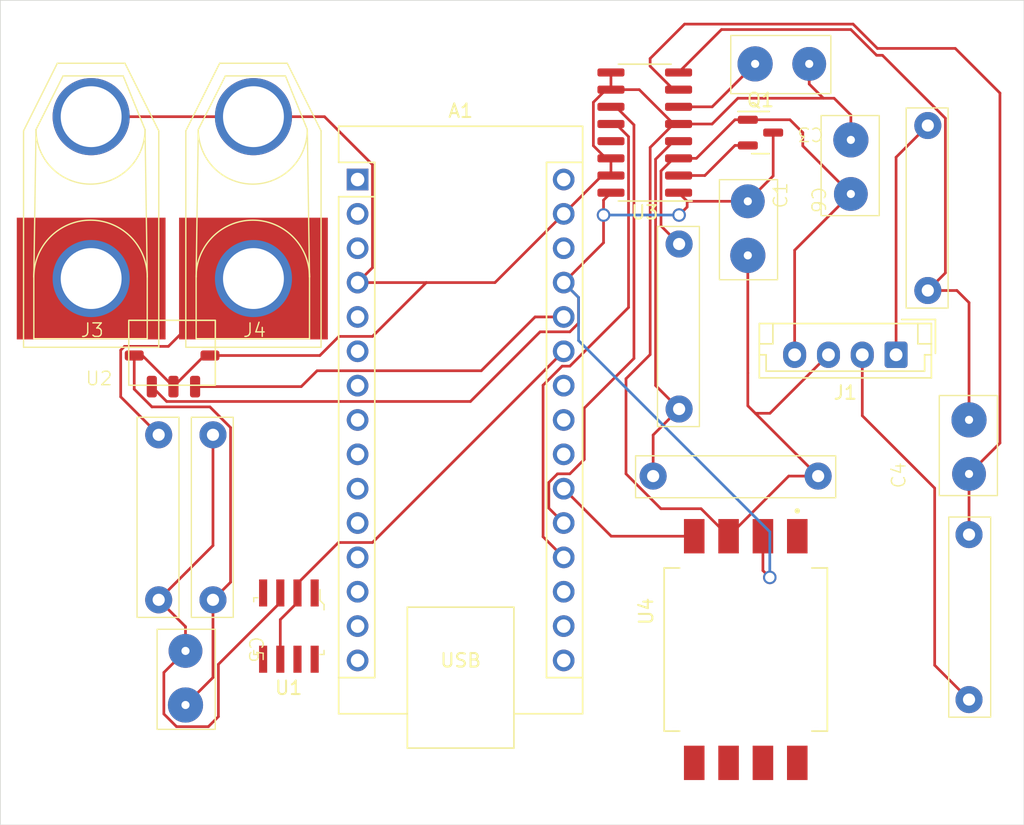
<source format=kicad_pcb>
(kicad_pcb (version 20221018) (generator pcbnew)
  (layers (0 "F.Cu" signal) (31 "B.Cu" signal) (34 "B.Paste" user) (35 "F.Paste" user) (36 "B.SilkS" user "B.Silkscreen") (37 "F.SilkS" user "F.Silkscreen") (38 "B.Mask" user) (39 "F.Mask" user) (44 "Edge.Cuts" user))
  (net 0 "")
  (net 1 "Net-(A1-+5V)")
  (net 2 "Net-(J1-Pin_4)")
  (net 3 "Net-(U3-VFB)")
  (net 4 "GND")
  (net 5 "Net-(U3-VBG)")
  (net 6 "Net-(U3-INA-)")
  (net 7 "Net-(U3-INA+)")
  (net 8 "Net-(A1-A1)")
  (net 9 "Net-(A1-A0)")
  (net 12 "Net-(A1-A6)")
  (net 34 "Net-(A1-A7)")
  (net 37 "Net-(J3-Pos)")
  (net 38 "Net-(J4-Pos)")
  (net 40 "Net-(U1-+)")
  (net 42 "Net-(A1-A2)")
  (net 43 "Net-(J1-Pin_2)")
  (net 44 "Net-(J1-Pin_1)")
  (net 45 "Net-(Q1-B)")
  (footprint "Userlib:Capacitor_4mm_diam_.6mm_pin" (layer "F.Cu") (at 167.132 104.648 90)
    (fp_text reference "C4" (at -2.1 -5.2 90 unlocked) (layer "F.SilkS") (effects (font (thickness 0.1))))
    (fp_text value "1u")
    (fp_rect (start -3.6 -2.2) (end 3.8 2.1) (stroke (width 0.1)) (fill none) (layer "F.SilkS"))
    (pad "1" thru_hole circle (at -2 0 90) (size 2.5 2.5) (drill 0.6) (layers "*.Cu" "*.Mask") (net 6 "Net-(U3-INA-)"))
    (pad "2" thru_hole circle (at 2 0 90) (size 2.6 2.6) (drill 0.6) (layers "*.Cu" "*.Mask") (net 7 "Net-(U3-INA+)"))
  )
  (footprint "Module:Arduino_Nano" (layer "F.Cu") (at 121.92 84.878)
    (fp_text reference "A1" (at 7.62 -5.08) (layer "F.SilkS"))
    (fp_text value "Arduino_Nano_v2.x")
    (fp_text user "USB" (at 7.62 35.56 unlocked) (layer "F.SilkS"))
    (fp_line (start -1.4 -3.94) (end -1.4 -1.27) (stroke (width 0.12)) (layer "F.SilkS"))
    (fp_line (start -1.4 1.27) (end -1.4 39.5) (stroke (width 0.12)) (layer "F.SilkS"))
    (fp_line (start -1.4 39.5) (end 3.68 39.5) (stroke (width 0.12)) (layer "F.SilkS"))
    (fp_line (start 1.27 -1.27) (end -1.4 -1.27) (stroke (width 0.12)) (layer "F.SilkS"))
    (fp_line (start 1.27 1.27) (end -1.4 1.27) (stroke (width 0.12)) (layer "F.SilkS"))
    (fp_line (start 1.27 1.27) (end 1.27 -1.27) (stroke (width 0.12)) (layer "F.SilkS"))
    (fp_line (start 1.27 1.27) (end 1.27 36.83) (stroke (width 0.12)) (layer "F.SilkS"))
    (fp_line (start 1.27 36.83) (end -1.4 36.83) (stroke (width 0.12)) (layer "F.SilkS"))
    (fp_line (start 3.68 31.62) (end 11.56 31.62) (stroke (width 0.12)) (layer "F.SilkS"))
    (fp_line (start 3.68 42.04) (end 3.68 31.62) (stroke (width 0.12)) (layer "F.SilkS"))
    (fp_line (start 11.56 31.62) (end 11.56 42.04) (stroke (width 0.12)) (layer "F.SilkS"))
    (fp_line (start 11.56 42.04) (end 3.68 42.04) (stroke (width 0.12)) (layer "F.SilkS"))
    (fp_line (start 13.97 -1.27) (end 13.97 36.83) (stroke (width 0.12)) (layer "F.SilkS"))
    (fp_line (start 13.97 -1.27) (end 16.64 -1.27) (stroke (width 0.12)) (layer "F.SilkS"))
    (fp_line (start 13.97 36.83) (end 16.64 36.83) (stroke (width 0.12)) (layer "F.SilkS"))
    (fp_line (start 16.64 -3.94) (end -1.4 -3.94) (stroke (width 0.12)) (layer "F.SilkS"))
    (fp_line (start 16.64 39.5) (end 11.56 39.5) (stroke (width 0.12)) (layer "F.SilkS"))
    (fp_line (start 16.64 39.5) (end 16.64 -3.94) (stroke (width 0.12)) (layer "F.SilkS"))
    (pad "1" thru_hole rect (at 0 0) (size 1.6 1.6) (drill 1) (layers "*.Cu" "*.Mask"))
    (pad "2" thru_hole oval (at 0 2.54) (size 1.6 1.6) (drill 1) (layers "*.Cu" "*.Mask"))
    (pad "3" thru_hole oval (at 0 5.08) (size 1.6 1.6) (drill 1) (layers "*.Cu" "*.Mask"))
    (pad "4" thru_hole oval (at 0 7.62) (size 1.6 1.6) (drill 1) (layers "*.Cu" "*.Mask") (net 4 "GND"))
    (pad "5" thru_hole oval (at 0 10.16) (size 1.6 1.6) (drill 1) (layers "*.Cu" "*.Mask"))
    (pad "6" thru_hole oval (at 0 12.7) (size 1.6 1.6) (drill 1) (layers "*.Cu" "*.Mask"))
    (pad "7" thru_hole oval (at 0 15.24) (size 1.6 1.6) (drill 1) (layers "*.Cu" "*.Mask"))
    (pad "8" thru_hole oval (at 0 17.78) (size 1.6 1.6) (drill 1) (layers "*.Cu" "*.Mask"))
    (pad "9" thru_hole oval (at 0 20.32) (size 1.6 1.6) (drill 1) (layers "*.Cu" "*.Mask"))
    (pad "10" thru_hole oval (at 0 22.86) (size 1.6 1.6) (drill 1) (layers "*.Cu" "*.Mask"))
    (pad "11" thru_hole oval (at 0 25.4) (size 1.6 1.6) (drill 1) (layers "*.Cu" "*.Mask"))
    (pad "12" thru_hole oval (at 0 27.94) (size 1.6 1.6) (drill 1) (layers "*.Cu" "*.Mask"))
    (pad "13" thru_hole oval (at 0 30.48) (size 1.6 1.6) (drill 1) (layers "*.Cu" "*.Mask"))
    (pad "14" thru_hole oval (at 0 33.02) (size 1.6 1.6) (drill 1) (layers "*.Cu" "*.Mask"))
    (pad "15" thru_hole oval (at 0 35.56) (size 1.6 1.6) (drill 1) (layers "*.Cu" "*.Mask"))
    (pad "16" thru_hole oval (at 15.24 35.56) (size 1.6 1.6) (drill 1) (layers "*.Cu" "*.Mask"))
    (pad "17" thru_hole oval (at 15.24 33.02) (size 1.6 1.6) (drill 1) (layers "*.Cu" "*.Mask"))
    (pad "18" thru_hole oval (at 15.24 30.48) (size 1.6 1.6) (drill 1) (layers "*.Cu" "*.Mask"))
    (pad "19" thru_hole oval (at 15.24 27.94) (size 1.6 1.6) (drill 1) (layers "*.Cu" "*.Mask") (net 9 "Net-(A1-A0)"))
    (pad "20" thru_hole oval (at 15.24 25.4) (size 1.6 1.6) (drill 1) (layers "*.Cu" "*.Mask") (net 8 "Net-(A1-A1)"))
    (pad "21" thru_hole oval (at 15.24 22.86) (size 1.6 1.6) (drill 1) (layers "*.Cu" "*.Mask") (net 42 "Net-(A1-A2)"))
    (pad "22" thru_hole oval (at 15.24 20.32) (size 1.6 1.6) (drill 1) (layers "*.Cu" "*.Mask"))
    (pad "23" thru_hole oval (at 15.24 17.78) (size 1.6 1.6) (drill 1) (layers "*.Cu" "*.Mask"))
    (pad "24" thru_hole oval (at 15.24 15.24) (size 1.6 1.6) (drill 1) (layers "*.Cu" "*.Mask"))
    (pad "25" thru_hole oval (at 15.24 12.7) (size 1.6 1.6) (drill 1) (layers "*.Cu" "*.Mask") (net 12 "Net-(A1-A6)"))
    (pad "26" thru_hole oval (at 15.24 10.16) (size 1.6 1.6) (drill 1) (layers "*.Cu" "*.Mask") (net 34 "Net-(A1-A7)"))
    (pad "27" thru_hole oval (at 15.24 7.62) (size 1.6 1.6) (drill 1) (layers "*.Cu" "*.Mask") (net 1 "Net-(A1-+5V)"))
    (pad "28" thru_hole oval (at 15.24 5.08) (size 1.6 1.6) (drill 1) (layers "*.Cu" "*.Mask"))
    (pad "29" thru_hole oval (at 15.24 2.54) (size 1.6 1.6) (drill 1) (layers "*.Cu" "*.Mask") (net 4 "GND"))
    (pad "30" thru_hole oval (at 15.24 0) (size 1.6 1.6) (drill 1) (layers "*.Cu" "*.Mask"))
  )
  (footprint "digikey-footprints:SOIC-8_W3.9mm" (layer "F.Cu") (at 116.84 117.898 180)
    (fp_text reference "U1" (at 0.01778 -4.56946) (layer "F.SilkS"))
    (fp_text value "LM741")
    (fp_line (start -2.6 -2.1) (end -2.6 -1.8) (stroke (width 0.1)) (layer "F.SilkS"))
    (fp_line (start -2.6 1.2) (end -2.6 1.6) (stroke (width 0.1)) (layer "F.SilkS"))
    (fp_line (start -2.6 1.6) (end -2.3 1.9) (stroke (width 0.1)) (layer "F.SilkS"))
    (fp_line (start -2.3 -2.1) (end -2.6 -2.1) (stroke (width 0.1)) (layer "F.SilkS"))
    (fp_line (start -2.3 1.9) (end -2.3 2.7) (stroke (width 0.1)) (layer "F.SilkS"))
    (fp_line (start 2.3 -2.1) (end 2.6 -2.1) (stroke (width 0.1)) (layer "F.SilkS"))
    (fp_line (start 2.3 2.1) (end 2.6 2.1) (stroke (width 0.1)) (layer "F.SilkS"))
    (fp_line (start 2.6 -2.1) (end 2.6 -1.8) (stroke (width 0.1)) (layer "F.SilkS"))
    (fp_line (start 2.6 2.1) (end 2.6 1.8) (stroke (width 0.1)) (layer "F.SilkS"))
    (pad "1" smd rect (at -1.905 2.45 180) (size 0.6 2) (layers "F.Cu" "F.Paste" "F.Mask"))
    (pad "2" smd rect (at -0.635 2.45 180) (size 0.6 2) (layers "F.Cu" "F.Paste" "F.Mask") (net 12 "Net-(A1-A6)"))
    (pad "3" smd rect (at 0.635 2.45 180) (size 0.6 2) (layers "F.Cu" "F.Paste" "F.Mask") (net 40 "Net-(U1-+)"))
    (pad "4" smd rect (at 1.905 2.45 180) (size 0.6 2) (layers "F.Cu" "F.Paste" "F.Mask"))
    (pad "5" smd rect (at 1.905 -2.45 180) (size 0.6 2) (layers "F.Cu" "F.Paste" "F.Mask"))
    (pad "6" smd rect (at 0.635 -2.45 180) (size 0.6 2) (layers "F.Cu" "F.Paste" "F.Mask") (net 12 "Net-(A1-A6)"))
    (pad "7" smd rect (at -0.635 -2.45 180) (size 0.6 2) (layers "F.Cu" "F.Paste" "F.Mask"))
    (pad "8" smd rect (at -1.905 -2.45 180) (size 0.6 2) (layers "F.Cu" "F.Paste" "F.Mask"))
  )
  (footprint "Userlib:XT90_-F" (layer "F.Cu") (at 102.3 96.52)
    (fp_text reference "J3" (at 0 -0.5 unlocked) (layer "F.SilkS") (effects (font (thickness 0.1))))
    (fp_text value "XT90PW-F")
    (fp_line (start -5.08 -15.24) (end -2.58 -20.24) (stroke (width 0.1)) (layer "F.SilkS"))
    (fp_line (start -5.08 0.76) (end -5.08 -15.24) (stroke (width 0.1)) (layer "F.SilkS"))
    (fp_line (start -4.318 0.127) (end -4.319923 -4.445) (stroke (width 0.1)) (layer "F.SilkS"))
    (fp_line (start -4.158 -15.334) (end -4.319923 -4.445) (stroke (width 0.1)) (layer "F.SilkS"))
    (fp_line (start -4.158 -15.334) (end -2.159 -19.304) (stroke (width 0.1)) (layer "F.SilkS"))
    (fp_line (start -2.58 -20.24) (end 2.42 -20.24) (stroke (width 0.1)) (layer "F.SilkS"))
    (fp_line (start -2.159 -19.304) (end 2.286 -19.304) (stroke (width 0.1)) (layer "F.SilkS"))
    (fp_line (start 2.286 -19.304) (end 3.904 -15.334) (stroke (width 0.1)) (layer "F.SilkS"))
    (fp_line (start 2.42 -20.24) (end 4.92 -15.24) (stroke (width 0.1)) (layer "F.SilkS"))
    (fp_line (start 3.904 -15.334) (end 4.065923 -4.445) (stroke (width 0.1)) (layer "F.SilkS"))
    (fp_line (start 4.064 0.127) (end -4.318 0.127) (stroke (width 0.1)) (layer "F.SilkS"))
    (fp_line (start 4.065923 -4.445) (end 4.064 0.127) (stroke (width 0.1)) (layer "F.SilkS"))
    (fp_line (start 4.92 -15.24) (end 4.92 0.76) (stroke (width 0.1)) (layer "F.SilkS"))
    (fp_line (start 4.92 0.76) (end -5.08 0.76) (stroke (width 0.1)) (layer "F.SilkS"))
    (fp_arc (start -4.319923 -4.445) (mid -0.127 -8.637923) (end 4.065923 -4.445) (stroke (width 0.1)) (layer "F.SilkS"))
    (fp_arc (start 3.904 -15.334) (mid -0.127 -11.303) (end -4.158 -15.334) (stroke (width 0.1)) (layer "F.SilkS"))
    (pad "1" thru_hole circle (at -0.08 -4.32) (size 5.7 5.7) (drill 4.5) (layers "*.Cu" "*.Mask") (net 37 "Net-(J3-Pos)"))
    (pad "1" smd custom (at -0.08 -4.32) (size 11 9) (layers "F.Cu" "F.Paste" "F.Mask") (net 37 "Net-(J3-Pos)") (options (clearance outline) (anchor rect)) (primitives))
    (pad "2" thru_hole circle (at -0.08 -16.29) (size 5.7 5.7) (drill 4.5) (layers "*.Cu" "*.Mask") (net 4 "GND"))
  )
  (footprint "Userlib:R_1watt" (layer "F.Cu") (at 150.774396 106.807 180)
    (fp_text reference "R6" hide)
    (fp_text value "7500" hide)
    (fp_rect (start -6.5 -1.6) (end 8.3 1.5) (stroke (width 0.1)) (fill none) (layer "F.SilkS"))
    (pad "1" thru_hole circle (at 7 0 180) (size 2 2) (drill 0.9) (layers "*.Cu" "*.Mask") (net 3 "Net-(U3-VFB)"))
    (pad "2" thru_hole circle (at -5.2 0 180) (size 2 2) (drill 0.9) (layers "*.Cu" "*.Mask") (net 4 "GND"))
  )
  (footprint "Userlib:XDCR_MPXV7002DP" (layer "F.Cu") (at 150.622 119.632 -90)
    (fp_text reference "U4" (at -2.825 7.365 90) (layer "F.SilkS"))
    (fp_text value "MPXV7002DP")
    (fp_line (start -6.0325 -6.0325) (end 6.0325 -6.0325) (stroke (width 0.127)) (layer "F.SilkS"))
    (fp_line (start -6.0325 6.0325) (end 6.0325 6.0325) (stroke (width 0.127)) (layer "F.SilkS"))
    (fp_line (start -6.03 -4.89) (end -6.0325 -6.0325) (stroke (width 0.127)) (layer "F.SilkS"))
    (fp_line (start -6.03 4.89) (end -6.0325 6.0325) (stroke (width 0.127)) (layer "F.SilkS"))
    (fp_line (start 6.0325 -6.0325) (end 6.03 -4.89) (stroke (width 0.127)) (layer "F.SilkS"))
    (fp_line (start 6.0325 6.0325) (end 6.03 4.89) (stroke (width 0.127)) (layer "F.SilkS"))
    (fp_circle (center -10.25 -3.81) (end -10.15 -3.81) (stroke (width 0.2)) (fill none) (layer "F.SilkS"))
    (pad "1" smd rect (at -8.38 -3.81 270) (size 2.54 1.52) (layers "F.Cu" "F.Paste" "F.Mask"))
    (pad "2" smd rect (at -8.38 -1.27 270) (size 2.54 1.52) (layers "F.Cu" "F.Paste" "F.Mask") (net 1 "Net-(A1-+5V)"))
    (pad "3" smd rect (at -8.38 1.27 270) (size 2.54 1.52) (layers "F.Cu" "F.Paste" "F.Mask") (net 4 "GND"))
    (pad "4" smd rect (at -8.38 3.81 270) (size 2.54 1.52) (layers "F.Cu" "F.Paste" "F.Mask") (net 42 "Net-(A1-A2)"))
    (pad "5" smd rect (at 8.38 3.81 270) (size 2.54 1.52) (layers "F.Cu" "F.Paste" "F.Mask"))
    (pad "6" smd rect (at 8.38 1.27 270) (size 2.54 1.52) (layers "F.Cu" "F.Paste" "F.Mask"))
    (pad "7" smd rect (at 8.38 -1.27 270) (size 2.54 1.52) (layers "F.Cu" "F.Paste" "F.Mask"))
    (pad "8" smd rect (at 8.38 -3.81 270) (size 2.54 1.52) (layers "F.Cu" "F.Paste" "F.Mask"))
  )
  (footprint "Connector_JST:JST_EH_B4B-EH-A_1x04_P2.50mm_Vertical" (layer "F.Cu") (at 161.738 97.836 180)
    (fp_text reference "J1" (at 3.75 -2.8) (layer "F.SilkS"))
    (fp_text value "Conn_01x04_Pin")
    (fp_line (start -2.91 0.11) (end -2.91 2.61) (stroke (width 0.12)) (layer "F.SilkS"))
    (fp_line (start -2.91 2.61) (end -0.41 2.61) (stroke (width 0.12)) (layer "F.SilkS"))
    (fp_line (start -2.61 -1.71) (end -2.61 2.31) (stroke (width 0.12)) (layer "F.SilkS"))
    (fp_line (start -2.61 0) (end -2.11 0) (stroke (width 0.12)) (layer "F.SilkS"))
    (fp_line (start -2.61 0.81) (end -1.61 0.81) (stroke (width 0.12)) (layer "F.SilkS"))
    (fp_line (start -2.61 2.31) (end 10.11 2.31) (stroke (width 0.12)) (layer "F.SilkS"))
    (fp_line (start -2.11 -1.21) (end 9.61 -1.21) (stroke (width 0.12)) (layer "F.SilkS"))
    (fp_line (start -2.11 0) (end -2.11 -1.21) (stroke (width 0.12)) (layer "F.SilkS"))
    (fp_line (start -1.61 0.81) (end -1.61 2.31) (stroke (width 0.12)) (layer "F.SilkS"))
    (fp_line (start 9.11 0.81) (end 9.11 2.31) (stroke (width 0.12)) (layer "F.SilkS"))
    (fp_line (start 9.61 -1.21) (end 9.61 0) (stroke (width 0.12)) (layer "F.SilkS"))
    (fp_line (start 9.61 0) (end 10.11 0) (stroke (width 0.12)) (layer "F.SilkS"))
    (fp_line (start 10.11 -1.71) (end -2.61 -1.71) (stroke (width 0.12)) (layer "F.SilkS"))
    (fp_line (start 10.11 0.81) (end 9.11 0.81) (stroke (width 0.12)) (layer "F.SilkS"))
    (fp_line (start 10.11 2.31) (end 10.11 -1.71) (stroke (width 0.12)) (layer "F.SilkS"))
    (pad "1" thru_hole roundrect (at 0 0 180) (size 1.7 1.95) (drill 0.95) (layers "*.Cu" "*.Mask") (roundrect_rratio 0.147059) (net 44 "Net-(J1-Pin_1)"))
    (pad "2" thru_hole oval (at 2.5 0 180) (size 1.7 1.95) (drill 0.95) (layers "*.Cu" "*.Mask") (net 43 "Net-(J1-Pin_2)"))
    (pad "3" thru_hole oval (at 5 0 180) (size 1.7 1.95) (drill 0.95) (layers "*.Cu" "*.Mask") (net 4 "GND"))
    (pad "4" thru_hole oval (at 7.5 0 180) (size 1.7 1.95) (drill 0.95) (layers "*.Cu" "*.Mask") (net 2 "Net-(J1-Pin_4)"))
  )
  (footprint "Userlib:Capacitor_4mm_diam_.6mm_pin" (layer "F.Cu") (at 158.394396 83.947 90)
    (fp_text reference "C1" (at -2.1 -5.2 90 unlocked) (layer "F.SilkS") (effects (font (thickness 0.1))))
    (fp_text value "10u")
    (fp_rect (start -3.6 -2.2) (end 3.8 2.1) (stroke (width 0.1)) (fill none) (layer "F.SilkS"))
    (pad "1" thru_hole circle (at -2 0 90) (size 2.5 2.5) (drill 0.6) (layers "*.Cu" "*.Mask") (net 2 "Net-(J1-Pin_4)"))
    (pad "2" thru_hole circle (at 2 0 90) (size 2.6 2.6) (drill 0.6) (layers "*.Cu" "*.Mask") (net 4 "GND"))
  )
  (footprint "Userlib:ACS781LLRTR-100U-T" (layer "F.Cu") (at 105.004 100.09)
    (fp_text reference "U2" (at -2.2 -0.5 unlocked) (layer "F.SilkS") (effects (font (thickness 0.1))))
    (fp_text value "~")
    (fp_rect (start 0 0) (end 6.4 -4.8) (stroke (width 0.1)) (fill none) (layer "F.SilkS"))
    (fp_rect (start 0 0) (end 6.4 -4.8) (stroke (width 0.1)) (fill none) (layer "F.SilkS"))
    (pad "1" smd roundrect (at 1.7 0.1) (size 0.75 1.6) (layers "F.Cu" "F.Paste" "F.Mask") (net 1 "Net-(A1-+5V)"))
    (pad "2" smd roundrect (at 3.3 0.1) (size 0.75 1.6) (layers "F.Cu" "F.Paste" "F.Mask") (net 4 "GND"))
    (pad "3" smd roundrect (at 4.9 0.1) (size 0.75 1.6) (layers "F.Cu" "F.Paste" "F.Mask") (net 34 "Net-(A1-A7)"))
    (pad "4" smd roundrect (at 6 -2.2) (size 1.4 0.75) (layers "F.Cu" "F.Paste" "F.Mask") (net 4 "GND"))
    (pad "5" smd roundrect (at 4.7 -4.65) (size 1.8 1.7) (layers "F.Cu" "F.Paste" "F.Mask") (net 38 "Net-(J4-Pos)"))
    (pad "6" smd roundrect (at 1.7 -4.65) (size 1.8 1.7) (layers "F.Cu" "F.Paste" "F.Mask") (net 37 "Net-(J3-Pos)"))
    (pad "7" smd roundrect (at 0.4 -2.2) (size 1.4 0.75) (layers "F.Cu" "F.Paste" "F.Mask") (net 4 "GND"))
  )
  (footprint "Userlib:R_1watt" (layer "F.Cu") (at 145.694396 96.647 90)
    (fp_text reference "R5" hide)
    (fp_text value "20000" hide)
    (fp_rect (start -6.5 -1.6) (end 8.3 1.5) (stroke (width 0.1)) (fill none) (layer "F.SilkS"))
    (pad "1" thru_hole circle (at 7 0 90) (size 2 2) (drill 0.9) (layers "*.Cu" "*.Mask") (net 2 "Net-(J1-Pin_4)"))
    (pad "2" thru_hole circle (at -5.2 0 90) (size 2 2) (drill 0.9) (layers "*.Cu" "*.Mask") (net 3 "Net-(U3-VFB)"))
  )
  (footprint "Package_TO_SOT_SMD:SOT-23" (layer "F.Cu") (at 151.711896 81.407)
    (fp_text reference "Q1" (at 0 -2.4) (layer "F.SilkS"))
    (fp_text value "S8550 2TY DNP SOT-23 SMD 0.5A 40V")
    (fp_line (start 0 -1.56) (end -1.675 -1.56) (stroke (width 0.12)) (layer "F.SilkS"))
    (fp_line (start 0 -1.56) (end 0.65 -1.56) (stroke (width 0.12)) (layer "F.SilkS"))
    (fp_line (start 0 1.56) (end -0.65 1.56) (stroke (width 0.12)) (layer "F.SilkS"))
    (fp_line (start 0 1.56) (end 0.65 1.56) (stroke (width 0.12)) (layer "F.SilkS"))
    (pad "1" smd roundrect (at -0.9375 -0.95) (size 1.475 0.6) (layers "F.Cu" "F.Paste" "F.Mask") (net 2 "Net-(J1-Pin_4)"))
    (pad "2" smd roundrect (at -0.9375 0.95) (size 1.475 0.6) (layers "F.Cu" "F.Paste" "F.Mask") (net 45 "Net-(Q1-B)"))
    (pad "3" smd roundrect (at 0.9375 0) (size 1.475 0.6) (layers "F.Cu" "F.Paste" "F.Mask") (net 1 "Net-(A1-+5V)"))
  )
  (footprint "Userlib:R_1watt" (layer "F.Cu") (at 107.213 110.755 90)
    (fp_text reference "R2" hide)
    (fp_text value "30000" hide)
    (fp_rect (start -6.5 -1.6) (end 8.3 1.5) (stroke (width 0.1)) (fill none) (layer "F.SilkS"))
    (pad "1" thru_hole circle (at 7 0 90) (size 2 2) (drill 0.9) (layers "*.Cu" "*.Mask") (net 38 "Net-(J4-Pos)"))
    (pad "2" thru_hole circle (at -5.2 0 90) (size 2 2) (drill 0.9) (layers "*.Cu" "*.Mask") (net 40 "Net-(U1-+)"))
  )
  (footprint "Userlib:Capacitor_4mm_diam_.6mm_pin" (layer "F.Cu") (at 109.195 121.733 -90)
    (fp_text reference "C5" (at -2.1 -5.2 -90 unlocked) (layer "F.SilkS") (effects (font (thickness 0.1))))
    (fp_text value "10n")
    (fp_rect (start -3.6 -2.2) (end 3.8 2.1) (stroke (width 0.1)) (fill none) (layer "F.SilkS"))
    (pad "1" thru_hole circle (at -2 0 270) (size 2.5 2.5) (drill 0.6) (layers "*.Cu" "*.Mask") (net 40 "Net-(U1-+)"))
    (pad "2" thru_hole circle (at 2 0 270) (size 2.6 2.6) (drill 0.6) (layers "*.Cu" "*.Mask") (net 4 "GND"))
  )
  (footprint "Package_SO:SOP-16_3.9x9.9mm_P1.27mm" (layer "F.Cu") (at 143.154396 81.407 180)
    (fp_text reference "U3" (at 0 -5.9) (layer "F.SilkS"))
    (fp_text value "HX711")
    (fp_line (start 0 -5.06) (end -3.5 -5.06) (stroke (width 0.12)) (layer "F.SilkS"))
    (fp_line (start 0 -5.06) (end 1.95 -5.06) (stroke (width 0.12)) (layer "F.SilkS"))
    (fp_line (start 0 5.06) (end -1.95 5.06) (stroke (width 0.12)) (layer "F.SilkS"))
    (fp_line (start 0 5.06) (end 1.95 5.06) (stroke (width 0.12)) (layer "F.SilkS"))
    (pad "1" smd roundrect (at -2.5 -4.445 180) (size 2 0.6) (layers "F.Cu" "F.Paste" "F.Mask") (net 1 "Net-(A1-+5V)"))
    (pad "2" smd roundrect (at -2.5 -3.175 180) (size 2 0.6) (layers "F.Cu" "F.Paste" "F.Mask") (net 45 "Net-(Q1-B)"))
    (pad "3" smd roundrect (at -2.5 -1.905 180) (size 2 0.6) (layers "F.Cu" "F.Paste" "F.Mask") (net 2 "Net-(J1-Pin_4)"))
    (pad "4" smd roundrect (at -2.5 -0.635 180) (size 2 0.6) (layers "F.Cu" "F.Paste" "F.Mask") (net 3 "Net-(U3-VFB)"))
    (pad "5" smd roundrect (at -2.5 0.635 180) (size 2 0.6) (layers "F.Cu" "F.Paste" "F.Mask") (net 4 "GND"))
    (pad "6" smd roundrect (at -2.5 1.905 180) (size 2 0.6) (layers "F.Cu" "F.Paste" "F.Mask") (net 5 "Net-(U3-VBG)"))
    (pad "7" smd roundrect (at -2.5 3.175 180) (size 2 0.6) (layers "F.Cu" "F.Paste" "F.Mask") (net 6 "Net-(U3-INA-)"))
    (pad "8" smd roundrect (at -2.5 4.445 180) (size 2 0.6) (layers "F.Cu" "F.Paste" "F.Mask") (net 7 "Net-(U3-INA+)"))
    (pad "9" smd roundrect (at 2.5 4.445 180) (size 2 0.6) (layers "F.Cu" "F.Paste" "F.Mask") (net 4 "GND"))
    (pad "10" smd roundrect (at 2.5 3.175 180) (size 2 0.6) (layers "F.Cu" "F.Paste" "F.Mask") (net 4 "GND"))
    (pad "11" smd roundrect (at 2.5 1.905 180) (size 2 0.6) (layers "F.Cu" "F.Paste" "F.Mask") (net 8 "Net-(A1-A1)"))
    (pad "12" smd roundrect (at 2.5 0.635 180) (size 2 0.6) (layers "F.Cu" "F.Paste" "F.Mask") (net 9 "Net-(A1-A0)"))
    (pad "13" smd roundrect (at 2.5 -0.635 180) (size 2 0.6) (layers "F.Cu" "F.Paste" "F.Mask"))
    (pad "14" smd roundrect (at 2.5 -1.905 180) (size 2 0.6) (layers "F.Cu" "F.Paste" "F.Mask") (net 4 "GND"))
    (pad "15" smd roundrect (at 2.5 -3.175 180) (size 2 0.6) (layers "F.Cu" "F.Paste" "F.Mask") (net 4 "GND"))
    (pad "16" smd roundrect (at 2.5 -4.445 180) (size 2 0.6) (layers "F.Cu" "F.Paste" "F.Mask") (net 1 "Net-(A1-+5V)"))
  )
  (footprint "Userlib:XT90_-F" (layer "F.Cu") (at 114.3 96.52)
    (fp_text reference "J4" (at 0 -0.5 unlocked) (layer "F.SilkS") (effects (font (thickness 0.1))))
    (fp_text value "XT90PW-F")
    (fp_line (start -5.08 -15.24) (end -2.58 -20.24) (stroke (width 0.1)) (layer "F.SilkS"))
    (fp_line (start -5.08 0.76) (end -5.08 -15.24) (stroke (width 0.1)) (layer "F.SilkS"))
    (fp_line (start -4.318 0.127) (end -4.319923 -4.445) (stroke (width 0.1)) (layer "F.SilkS"))
    (fp_line (start -4.158 -15.334) (end -4.319923 -4.445) (stroke (width 0.1)) (layer "F.SilkS"))
    (fp_line (start -4.158 -15.334) (end -2.159 -19.304) (stroke (width 0.1)) (layer "F.SilkS"))
    (fp_line (start -2.58 -20.24) (end 2.42 -20.24) (stroke (width 0.1)) (layer "F.SilkS"))
    (fp_line (start -2.159 -19.304) (end 2.286 -19.304) (stroke (width 0.1)) (layer "F.SilkS"))
    (fp_line (start 2.286 -19.304) (end 3.904 -15.334) (stroke (width 0.1)) (layer "F.SilkS"))
    (fp_line (start 2.42 -20.24) (end 4.92 -15.24) (stroke (width 0.1)) (layer "F.SilkS"))
    (fp_line (start 3.904 -15.334) (end 4.065923 -4.445) (stroke (width 0.1)) (layer "F.SilkS"))
    (fp_line (start 4.064 0.127) (end -4.318 0.127) (stroke (width 0.1)) (layer "F.SilkS"))
    (fp_line (start 4.065923 -4.445) (end 4.064 0.127) (stroke (width 0.1)) (layer "F.SilkS"))
    (fp_line (start 4.92 -15.24) (end 4.92 0.76) (stroke (width 0.1)) (layer "F.SilkS"))
    (fp_line (start 4.92 0.76) (end -5.08 0.76) (stroke (width 0.1)) (layer "F.SilkS"))
    (fp_arc (start -4.319923 -4.445) (mid -0.127 -8.637923) (end 4.065923 -4.445) (stroke (width 0.1)) (layer "F.SilkS"))
    (fp_arc (start 3.904 -15.334) (mid -0.127 -11.303) (end -4.158 -15.334) (stroke (width 0.1)) (layer "F.SilkS"))
    (pad "1" thru_hole circle (at -0.08 -4.32) (size 5.7 5.7) (drill 4.5) (layers "*.Cu" "*.Mask") (net 38 "Net-(J4-Pos)"))
    (pad "1" smd custom (at -0.08 -4.32) (size 11 9) (layers "F.Cu" "F.Paste" "F.Mask") (net 38 "Net-(J4-Pos)") (options (clearance outline) (anchor rect)) (primitives))
    (pad "2" thru_hole circle (at -0.08 -16.29) (size 5.7 5.7) (drill 4.5) (layers "*.Cu" "*.Mask") (net 4 "GND"))
  )
  (footprint "Userlib:Capacitor_4mm_diam_.6mm_pin" (layer "F.Cu") (at 153.314396 76.327 180)
    (fp_text reference "C3" (at -2.1 -5.2 180 unlocked) (layer "F.SilkS") (effects (font (thickness 0.1))))
    (fp_text value "1u")
    (fp_rect (start -3.6 -2.2) (end 3.8 2.1) (stroke (width 0.1)) (fill none) (layer "F.SilkS"))
    (pad "1" thru_hole circle (at -2 0 180) (size 2.5 2.5) (drill 0.6) (layers "*.Cu" "*.Mask") (net 4 "GND"))
    (pad "2" thru_hole circle (at 2 0 180) (size 2.6 2.6) (drill 0.6) (layers "*.Cu" "*.Mask") (net 5 "Net-(U3-VBG)"))
  )
  (footprint "Userlib:R_1watt" (layer "F.Cu") (at 167.132 116.332 -90)
    (fp_text reference "R1" hide)
    (fp_text value "100" hide)
    (fp_rect (start -6.5 -1.6) (end 8.3 1.5) (stroke (width 0.1)) (fill none) (layer "F.SilkS"))
    (pad "1" thru_hole circle (at 7 0 270) (size 2 2) (drill 0.9) (layers "*.Cu" "*.Mask") (net 43 "Net-(J1-Pin_2)"))
    (pad "2" thru_hole circle (at -5.2 0 270) (size 2 2) (drill 0.9) (layers "*.Cu" "*.Mask") (net 6 "Net-(U3-INA-)"))
  )
  (footprint "Userlib:R_1watt" (layer "F.Cu") (at 164.084 87.884 90)
    (fp_text reference "R4" hide)
    (fp_text value "100" hide)
    (fp_rect (start -6.5 -1.6) (end 8.3 1.5) (stroke (width 0.1)) (fill none) (layer "F.SilkS"))
    (pad "1" thru_hole circle (at 7 0 90) (size 2 2) (drill 0.9) (layers "*.Cu" "*.Mask") (net 44 "Net-(J1-Pin_1)"))
    (pad "2" thru_hole circle (at -5.2 0 90) (size 2 2) (drill 0.9) (layers "*.Cu" "*.Mask") (net 7 "Net-(U3-INA+)"))
  )
  (footprint "Userlib:Capacitor_4mm_diam_.6mm_pin" (layer "F.Cu") (at 150.774396 88.487 -90)
    (fp_text reference "C6" (at -2.1 -5.2 -90 unlocked) (layer "F.SilkS") (effects (font (thickness 0.1))))
    (fp_text value "10u")
    (fp_rect (start -3.6 -2.2) (end 3.8 2.1) (stroke (width 0.1)) (fill none) (layer "F.SilkS"))
    (pad "1" thru_hole circle (at -2 0 270) (size 2.5 2.5) (drill 0.6) (layers "*.Cu" "*.Mask") (net 1 "Net-(A1-+5V)"))
    (pad "2" thru_hole circle (at 2 0 270) (size 2.6 2.6) (drill 0.6) (layers "*.Cu" "*.Mask") (net 4 "GND"))
  )
  (footprint "Userlib:R_1watt" (layer "F.Cu") (at 111.227 110.755 90)
    (fp_text reference "R3" hide)
    (fp_text value "6000" hide)
    (fp_rect (start -6.5 -1.6) (end 8.3 1.5) (stroke (width 0.1)) (fill none) (layer "F.SilkS"))
    (pad "1" thru_hole circle (at 7 0 90) (size 2 2) (drill 0.9) (layers "*.Cu" "*.Mask") (net 40 "Net-(U1-+)"))
    (pad "2" thru_hole circle (at -5.2 0 90) (size 2 2) (drill 0.9) (layers "*.Cu" "*.Mask") (net 4 "GND"))
  )
  (gr_rect (start 95.504 71.628) (end 171.196 132.588) (stroke (width 0.05)) (fill none) (layer "Edge.Cuts"))
  (segment (start 106.704 100.19) (end 107.804 101.29) (width 0.2) (layer "F.Cu") (net 1))
  (segment (start 146.289396 86.487) (end 150.774396 86.487) (width 0.2) (layer "F.Cu") (net 1))
  (segment (start 140.106396 87.503) (end 140.106396 89.551604) (width 0.2) (layer "F.Cu") (net 1))
  (segment (start 140.654396 85.852) (end 140.288 85.852) (width 0.2) (layer "F.Cu") (net 1))
  (segment (start 145.654396 85.852) (end 146.289396 86.487) (width 0.2) (layer "F.Cu") (net 1))
  (segment (start 146.289396 86.908) (end 146.289396 86.487) (width 0.2) (layer "F.Cu") (net 1))
  (segment (start 135.415635 96.138) (end 137.615635 96.138) (width 0.2) (layer "F.Cu") (net 1))
  (segment (start 140.106396 86.4) (end 140.654396 85.852) (width 0.2) (layer "F.Cu") (net 1))
  (segment (start 152.649396 81.407) (end 152.649396 84.612) (width 0.2) (layer "F.Cu") (net 1))
  (segment (start 138.26 93.598) (end 137.16 92.498) (width 0.2) (layer "F.Cu") (net 1))
  (segment (start 150.774396 86.487) (end 152.649396 84.612) (width 0.2) (layer "F.Cu") (net 1))
  (segment (start 140.106396 89.551604) (end 137.16 92.498) (width 0.2) (layer "F.Cu") (net 1))
  (segment (start 151.892 113.792) (end 152.4 114.3) (width 0.2) (layer "F.Cu") (net 1))
  (segment (start 138.26 95.493635) (end 138.26 93.598) (width 0.2) (layer "F.Cu") (net 1))
  (segment (start 151.892 111.252) (end 151.892 113.792) (width 0.2) (layer "F.Cu") (net 1))
  (segment (start 107.804 101.29) (end 130.263635 101.29) (width 0.2) (layer "F.Cu") (net 1))
  (segment (start 137.615635 96.138) (end 138.26 95.493635) (width 0.2) (layer "F.Cu") (net 1))
  (segment (start 140.106396 87.503) (end 140.106396 86.4) (width 0.2) (layer "F.Cu") (net 1))
  (segment (start 130.263635 101.29) (end 135.415635 96.138) (width 0.2) (layer "F.Cu") (net 1))
  (segment (start 145.694396 87.503) (end 146.289396 86.908) (width 0.2) (layer "F.Cu") (net 1))
  (via (at 140.106396 87.503) (size 1) (drill 0.7) (layers "F.Cu" "B.Cu") (net 1))
  (via (at 152.4 114.3) (size 1) (drill 0.7) (layers "F.Cu" "B.Cu") (net 1))
  (via (at 145.694396 87.503) (size 1) (drill 0.7) (layers "F.Cu" "B.Cu") (net 1))
  (segment (start 138.26 96.782365) (end 138.26 93.598) (width 0.2) (layer "B.Cu") (net 1))
  (segment (start 138.26 93.598) (end 137.16 92.498) (width 0.2) (layer "B.Cu") (net 1))
  (segment (start 152.4 114.3) (end 152.4 110.922365) (width 0.2) (layer "B.Cu") (net 1))
  (segment (start 140.106396 87.503) (end 145.694396 87.503) (width 0.2) (layer "B.Cu") (net 1))
  (segment (start 152.4 110.922365) (end 138.26 96.782365) (width 0.2) (layer "B.Cu") (net 1))
  (segment (start 149.824396 80.457) (end 146.969396 83.312) (width 0.2) (layer "F.Cu") (net 2))
  (segment (start 158.394396 85.947) (end 154.238 90.103396) (width 0.2) (layer "F.Cu") (net 2))
  (segment (start 145.694396 89.647) (end 144.354396 88.307) (width 0.2) (layer "F.Cu") (net 2))
  (segment (start 145.288 83.312) (end 145.654396 83.312) (width 0.2) (layer "F.Cu") (net 2))
  (segment (start 150.774396 80.457) (end 153.888396 80.457) (width 0.2) (layer "F.Cu") (net 2))
  (segment (start 153.888396 80.457) (end 154.838396 81.407) (width 0.2) (layer "F.Cu") (net 2))
  (segment (start 154.238 90.103396) (end 154.238 97.836) (width 0.2) (layer "F.Cu") (net 2))
  (segment (start 144.354396 88.307) (end 144.354396 84.245604) (width 0.2) (layer "F.Cu") (net 2))
  (segment (start 154.838396 81.407) (end 154.838396 82.391) (width 0.2) (layer "F.Cu") (net 2))
  (segment (start 146.969396 83.312) (end 145.654396 83.312) (width 0.2) (layer "F.Cu") (net 2))
  (segment (start 154.838396 82.391) (end 158.394396 85.947) (width 0.2) (layer "F.Cu") (net 2))
  (segment (start 144.354396 84.245604) (end 145.288 83.312) (width 0.2) (layer "F.Cu") (net 2))
  (segment (start 150.774396 80.457) (end 149.824396 80.457) (width 0.2) (layer "F.Cu") (net 2))
  (segment (start 145.694396 101.847) (end 143.954396 100.107) (width 0.2) (layer "F.Cu") (net 3))
  (segment (start 145.288 82.042) (end 145.654396 82.042) (width 0.2) (layer "F.Cu") (net 3))
  (segment (start 143.774396 103.767) (end 145.694396 101.847) (width 0.2) (layer "F.Cu") (net 3))
  (segment (start 143.954396 100.107) (end 143.954396 83.375604) (width 0.2) (layer "F.Cu") (net 3))
  (segment (start 143.954396 83.375604) (end 145.288 82.042) (width 0.2) (layer "F.Cu") (net 3))
  (segment (start 143.774396 106.807) (end 143.774396 103.767) (width 0.2) (layer "F.Cu") (net 3))
  (segment (start 150.834396 101.667) (end 151.329698 102.162302) (width 0.2) (layer "F.Cu") (net 4))
  (segment (start 150.774396 101.607) (end 150.834396 101.667) (width 0.2) (layer "F.Cu") (net 4))
  (segment (start 145.654396 80.772) (end 148.1355 80.772) (width 0.2) (layer "F.Cu") (net 4))
  (segment (start 119.13 97.89) (end 120.542 96.478) (width 0.2) (layer "F.Cu") (net 4))
  (segment (start 143.554396 97.817) (end 143.554396 82.505604) (width 0.2) (layer "F.Cu") (net 4))
  (segment (start 123.02 96.478) (end 127 92.498) (width 0.2) (layer "F.Cu") (net 4))
  (segment (start 120.542 96.478) (end 123.02 96.478) (width 0.2) (layer "F.Cu") (net 4))
  (segment (start 140.654396 84.582) (end 139.996 84.582) (width 0.2) (layer "F.Cu") (net 4))
  (segment (start 140.654396 76.962) (end 140.654396 78.232) (width 0.2) (layer "F.Cu") (net 4))
  (segment (start 121.92 92.498) (end 127 92.498) (width 0.2) (layer "F.Cu") (net 4))
  (segment (start 149.352 111.252) (end 153.797 106.807) (width 0.2) (layer "F.Cu") (net 4))
  (segment (start 108.304 100.19) (end 110.604 97.89) (width 0.2) (layer "F.Cu") (net 4))
  (segment (start 157.152873 78.867) (end 158.394396 80.108523) (width 0.2) (layer "F.Cu") (net 4))
  (segment (start 158.394396 80.108523) (end 158.394396 81.947) (width 0.2) (layer "F.Cu") (net 4))
  (segment (start 140.654396 83.312) (end 140.288 83.312) (width 0.2) (layer "F.Cu") (net 4))
  (segment (start 127 92.498) (end 132.08 92.498) (width 0.2) (layer "F.Cu") (net 4))
  (segment (start 140.654396 83.312) (end 140.654396 84.582) (width 0.2) (layer "F.Cu") (net 4))
  (segment (start 132.08 92.498) (end 137.16 87.418) (width 0.2) (layer "F.Cu") (net 4))
  (segment (start 144.348918 109.22) (end 147.32 109.22) (width 0.2) (layer "F.Cu") (net 4))
  (segment (start 145.288 80.772) (end 145.654396 80.772) (width 0.2) (layer "F.Cu") (net 4))
  (segment (start 156.738 97.836) (end 152.411698 102.162302) (width 0.2) (layer "F.Cu") (net 4))
  (segment (start 140.288 78.232) (end 140.654396 78.232) (width 0.2) (layer "F.Cu") (net 4))
  (segment (start 106.714571 101.69) (end 105.404 100.379429) (width 0.2) (layer "F.Cu") (net 4))
  (segment (start 151.329698 102.162302) (end 155.974396 106.807) (width 0.2) (layer "F.Cu") (net 4))
  (segment (start 155.314396 76.327) (end 155.314396 77.819) (width 0.2) (layer "F.Cu") (net 4))
  (segment (start 123.02 83.778) (end 123.02 91.398) (width 0.2) (layer "F.Cu") (net 4))
  (segment (start 150.774396 90.487) (end 150.774396 99.187) (width 0.2) (layer "F.Cu") (net 4))
  (segment (start 152.411698 102.162302) (end 151.329698 102.162302) (width 0.2) (layer "F.Cu") (net 4))
  (segment (start 114.22 80.23) (end 119.472 80.23) (width 0.2) (layer "F.Cu") (net 4))
  (segment (start 139.354396 82.378396) (end 139.354396 79.165604) (width 0.2) (layer "F.Cu") (net 4))
  (segment (start 139.996 84.582) (end 137.16 87.418) (width 0.2) (layer "F.Cu") (net 4))
  (segment (start 106.004 97.89) (end 105.404 97.89) (width 0.2) (layer "F.Cu") (net 4))
  (segment (start 143.554396 97.817) (end 141.767698 99.603698) (width 0.2) (layer "F.Cu") (net 4))
  (segment (start 111.227 115.955) (end 112.527 114.655) (width 0.2) (layer "F.Cu") (net 4))
  (segment (start 141.767698 99.603698) (end 141.767698 106.63878) (width 0.2) (layer "F.Cu") (net 4))
  (segment (start 150.0405 78.867) (end 156.362396 78.867) (width 0.2) (layer "F.Cu") (net 4))
  (segment (start 102.22 80.23) (end 114.22 80.23) (width 0.2) (layer "F.Cu") (net 4))
  (segment (start 111.004 97.89) (end 119.13 97.89) (width 0.2) (layer "F.Cu") (net 4))
  (segment (start 111.227 115.955) (end 111.227 121.701) (width 0.2) (layer "F.Cu") (net 4))
  (segment (start 153.797 106.807) (end 155.974396 106.807) (width 0.2) (layer "F.Cu") (net 4))
  (segment (start 123.02 91.398) (end 121.92 92.498) (width 0.2) (layer "F.Cu") (net 4))
  (segment (start 112.527 114.655) (end 112.527 103.216522) (width 0.2) (layer "F.Cu") (net 4))
  (segment (start 140.288 83.312) (end 139.354396 82.378396) (width 0.2) (layer "F.Cu") (net 4))
  (segment (start 142.748 78.232) (end 145.288 80.772) (width 0.2) (layer "F.Cu") (net 4))
  (segment (start 119.472 80.23) (end 123.02 83.778) (width 0.2) (layer "F.Cu") (net 4))
  (segment (start 110.604 97.89) (end 111.004 97.89) (width 0.2) (layer "F.Cu") (net 4))
  (segment (start 155.314396 77.819) (end 156.362396 78.867) (width 0.2) (layer "F.Cu") (net 4))
  (segment (start 112.527 103.216522) (end 111.000478 101.69) (width 0.2) (layer "F.Cu") (net 4))
  (segment (start 140.654396 78.232) (end 142.748 78.232) (width 0.2) (layer "F.Cu") (net 4))
  (segment (start 156.362396 78.867) (end 157.152873 78.867) (width 0.2) (layer "F.Cu") (net 4))
  (segment (start 111.227 121.701) (end 109.195 123.733) (width 0.2) (layer "F.Cu") (net 4))
  (segment (start 147.32 109.22) (end 149.352 111.252) (width 0.2) (layer "F.Cu") (net 4))
  (segment (start 105.404 100.379429) (end 105.404 97.89) (width 0.2) (layer "F.Cu") (net 4))
  (segment (start 108.304 100.19) (end 106.004 97.89) (width 0.2) (layer "F.Cu") (net 4))
  (segment (start 111.000478 101.69) (end 106.714571 101.69) (width 0.2) (layer "F.Cu") (net 4))
  (segment (start 139.354396 79.165604) (end 140.288 78.232) (width 0.2) (layer "F.Cu") (net 4))
  (segment (start 148.1355 80.772) (end 150.0405 78.867) (width 0.2) (layer "F.Cu") (net 4))
  (segment (start 143.554396 82.505604) (end 145.288 80.772) (width 0.2) (layer "F.Cu") (net 4))
  (segment (start 141.767698 106.63878) (end 144.348918 109.22) (width 0.2) (layer "F.Cu") (net 4))
  (segment (start 150.774396 99.187) (end 150.774396 101.607) (width 0.2) (layer "F.Cu") (net 4))
  (segment (start 151.314396 76.327) (end 148.139396 79.502) (width 0.2) (layer "F.Cu") (net 5))
  (segment (start 148.139396 79.502) (end 145.654396 79.502) (width 0.2) (layer "F.Cu") (net 5))
  (segment (start 169.418 104.362) (end 169.418 78.486) (width 0.2) (layer "F.Cu") (net 6))
  (segment (start 143.551541 76.495541) (end 145.288 78.232) (width 0.2) (layer "F.Cu") (net 6))
  (segment (start 143.551541 75.929855) (end 143.551541 76.495541) (width 0.2) (layer "F.Cu") (net 6))
  (segment (start 167.132 111.132) (end 167.132 106.648) (width 0.2) (layer "F.Cu") (net 6))
  (segment (start 167.132 106.648) (end 169.418 104.362) (width 0.2) (layer "F.Cu") (net 6))
  (segment (start 158.560081 73.387) (end 146.094396 73.387) (width 0.2) (layer "F.Cu") (net 6))
  (segment (start 160.357081 75.184) (end 158.560081 73.387) (width 0.2) (layer "F.Cu") (net 6))
  (segment (start 166.116 75.184) (end 160.357081 75.184) (width 0.2) (layer "F.Cu") (net 6))
  (segment (start 146.094396 73.387) (end 143.551541 75.929855) (width 0.2) (layer "F.Cu") (net 6))
  (segment (start 145.288 78.232) (end 145.654396 78.232) (width 0.2) (layer "F.Cu") (net 6))
  (segment (start 169.418 78.486) (end 166.116 75.184) (width 0.2) (layer "F.Cu") (net 6))
  (segment (start 148.829396 73.787) (end 145.654396 76.962) (width 0.2) (layer "F.Cu") (net 7))
  (segment (start 165.384 80.345522) (end 160.730478 75.692) (width 0.2) (layer "F.Cu") (net 7))
  (segment (start 166.236 93.084) (end 164.084 93.084) (width 0.2) (layer "F.Cu") (net 7))
  (segment (start 158.394396 73.787) (end 148.829396 73.787) (width 0.2) (layer "F.Cu") (net 7))
  (segment (start 167.132 93.98) (end 166.236 93.084) (width 0.2) (layer "F.Cu") (net 7))
  (segment (start 164.084 93.084) (end 165.384 91.784) (width 0.2) (layer "F.Cu") (net 7))
  (segment (start 160.730478 75.692) (end 160.299396 75.692) (width 0.2) (layer "F.Cu") (net 7))
  (segment (start 160.299396 75.692) (end 158.394396 73.787) (width 0.2) (layer "F.Cu") (net 7))
  (segment (start 167.132 102.648) (end 167.132 93.98) (width 0.2) (layer "F.Cu") (net 7))
  (segment (start 165.384 91.784) (end 165.384 80.345522) (width 0.2) (layer "F.Cu") (net 7))
  (segment (start 138.684 101.778365) (end 138.684 105.569635) (width 0.2) (layer "F.Cu") (net 8))
  (segment (start 140.654396 79.502) (end 141.020792 79.502) (width 0.2) (layer "F.Cu") (net 8))
  (segment (start 142.354396 80.835604) (end 142.354396 98.107969) (width 0.2) (layer "F.Cu") (net 8))
  (segment (start 136.06 109.178) (end 137.16 110.278) (width 0.2) (layer "F.Cu") (net 8))
  (segment (start 142.354396 98.107969) (end 138.684 101.778365) (width 0.2) (layer "F.Cu") (net 8))
  (segment (start 136.704365 106.638) (end 136.06 107.282365) (width 0.2) (layer "F.Cu") (net 8))
  (segment (start 136.06 107.282365) (end 136.06 109.178) (width 0.2) (layer "F.Cu") (net 8))
  (segment (start 138.684 105.569635) (end 137.615635 106.638) (width 0.2) (layer "F.Cu") (net 8))
  (segment (start 141.020792 79.502) (end 142.354396 80.835604) (width 0.2) (layer "F.Cu") (net 8))
  (segment (start 137.615635 106.638) (end 136.704365 106.638) (width 0.2) (layer "F.Cu") (net 8))
  (segment (start 141.020792 80.772) (end 141.954396 81.705604) (width 0.2) (layer "F.Cu") (net 9))
  (segment (start 141.954396 94.339239) (end 137.615635 98.678) (width 0.2) (layer "F.Cu") (net 9))
  (segment (start 141.954396 81.705604) (end 141.954396 94.339239) (width 0.2) (layer "F.Cu") (net 9))
  (segment (start 137.044365 98.678) (end 135.636 100.086365) (width 0.2) (layer "F.Cu") (net 9))
  (segment (start 135.636 111.294) (end 137.16 112.818) (width 0.2) (layer "F.Cu") (net 9))
  (segment (start 137.615635 98.678) (end 137.044365 98.678) (width 0.2) (layer "F.Cu") (net 9))
  (segment (start 140.654396 80.772) (end 141.020792 80.772) (width 0.2) (layer "F.Cu") (net 9))
  (segment (start 135.636 100.086365) (end 135.636 111.294) (width 0.2) (layer "F.Cu") (net 9))
  (segment (start 117.475 116.148) (end 116.205 117.418) (width 0.2) (layer "F.Cu") (net 12))
  (segment (start 117.475 114.748) (end 120.505 111.718) (width 0.2) (layer "F.Cu") (net 12))
  (segment (start 120.505 111.718) (end 123.02 111.718) (width 0.2) (layer "F.Cu") (net 12))
  (segment (start 117.475 115.448) (end 117.475 116.148) (width 0.2) (layer "F.Cu") (net 12))
  (segment (start 123.02 111.718) (end 137.16 97.578) (width 0.2) (layer "F.Cu") (net 12))
  (segment (start 116.205 117.418) (end 116.205 120.348) (width 0.2) (layer "F.Cu") (net 12))
  (segment (start 117.475 115.448) (end 117.475 114.748) (width 0.2) (layer "F.Cu") (net 12))
  (segment (start 131.064 99.018) (end 135.044 95.038) (width 0.2) (layer "F.Cu") (net 34))
  (segment (start 109.904 100.19) (end 117.752365 100.19) (width 0.2) (layer "F.Cu") (net 34))
  (segment (start 117.752365 100.19) (end 118.924365 99.018) (width 0.2) (layer "F.Cu") (net 34))
  (segment (start 118.924365 99.018) (end 131.064 99.018) (width 0.2) (layer "F.Cu") (net 34))
  (segment (start 135.044 95.038) (end 137.16 95.038) (width 0.2) (layer "F.Cu") (net 34))
  (segment (start 107.929 97.215) (end 109.704 95.44) (width 0.2) (layer "F.Cu") (net 38))
  (segment (start 107.213 103.755) (end 104.404 100.946) (width 0.2) (layer "F.Cu") (net 38))
  (segment (start 104.689571 97.215) (end 107.929 97.215) (width 0.2) (layer "F.Cu") (net 38))
  (segment (start 104.404 97.500571) (end 104.689571 97.215) (width 0.2) (layer "F.Cu") (net 38))
  (segment (start 104.404 100.946) (end 104.404 97.500571) (width 0.2) (layer "F.Cu") (net 38))
  (segment (start 111.227 111.941) (end 107.213 115.955) (width 0.2) (layer "F.Cu") (net 40))
  (segment (start 111.627 124.593) (end 110.887 125.333) (width 0.2) (layer "F.Cu") (net 40))
  (segment (start 116.205 115.448) (end 116.205 116.148) (width 0.2) (layer "F.Cu") (net 40))
  (segment (start 111.227 103.755) (end 111.227 111.941) (width 0.2) (layer "F.Cu") (net 40))
  (segment (start 108.532258 125.333) (end 107.595 124.395742) (width 0.2) (layer "F.Cu") (net 40))
  (segment (start 107.595 124.395742) (end 107.595 121.333) (width 0.2) (layer "F.Cu") (net 40))
  (segment (start 110.887 125.333) (end 108.532258 125.333) (width 0.2) (layer "F.Cu") (net 40))
  (segment (start 107.595 121.333) (end 109.195 119.733) (width 0.2) (layer "F.Cu") (net 40))
  (segment (start 111.627 120.726) (end 111.627 124.593) (width 0.2) (layer "F.Cu") (net 40))
  (segment (start 116.205 115.448) (end 116.205 114.723) (width 0.2) (layer "F.Cu") (net 40))
  (segment (start 109.195 117.937) (end 109.195 119.733) (width 0.2) (layer "F.Cu") (net 40))
  (segment (start 116.205 116.148) (end 111.627 120.726) (width 0.2) (layer "F.Cu") (net 40))
  (segment (start 107.213 115.955) (end 109.195 117.937) (width 0.2) (layer "F.Cu") (net 40))
  (segment (start 146.812 111.252) (end 140.674 111.252) (width 0.2) (layer "F.Cu") (net 42))
  (segment (start 140.674 111.252) (end 137.16 107.738) (width 0.2) (layer "F.Cu") (net 42))
  (segment (start 159.238 102.342) (end 164.592 107.696) (width 0.2) (layer "F.Cu") (net 43))
  (segment (start 164.592 120.792) (end 167.132 123.332) (width 0.2) (layer "F.Cu") (net 43))
  (segment (start 164.592 107.696) (end 164.592 120.792) (width 0.2) (layer "F.Cu") (net 43))
  (segment (start 159.238 97.836) (end 159.238 102.342) (width 0.2) (layer "F.Cu") (net 43))
  (segment (start 161.738 97.836) (end 161.738 83.23) (width 0.2) (layer "F.Cu") (net 44))
  (segment (start 161.738 83.23) (end 164.084 80.884) (width 0.2) (layer "F.Cu") (net 44))
  (segment (start 150.774396 82.357) (end 149.824396 82.357) (width 0.2) (layer "F.Cu") (net 45))
  (segment (start 147.599396 84.582) (end 145.654396 84.582) (width 0.2) (layer "F.Cu") (net 45))
  (segment (start 149.824396 82.357) (end 147.599396 84.582) (width 0.2) (layer "F.Cu") (net 45))
)
</source>
